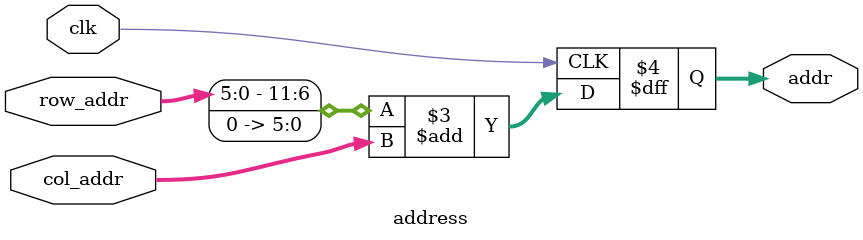
<source format=v>
`timescale 1ns / 1ps
module address(
	input wire clk,
	input wire [9:0] col_addr,
	input wire [8:0] row_addr,
	output reg [11:0] addr
    ); 
	
	always @ (posedge clk) begin
		addr <= ((row_addr << 6) + col_addr);	
	end

endmodule

</source>
